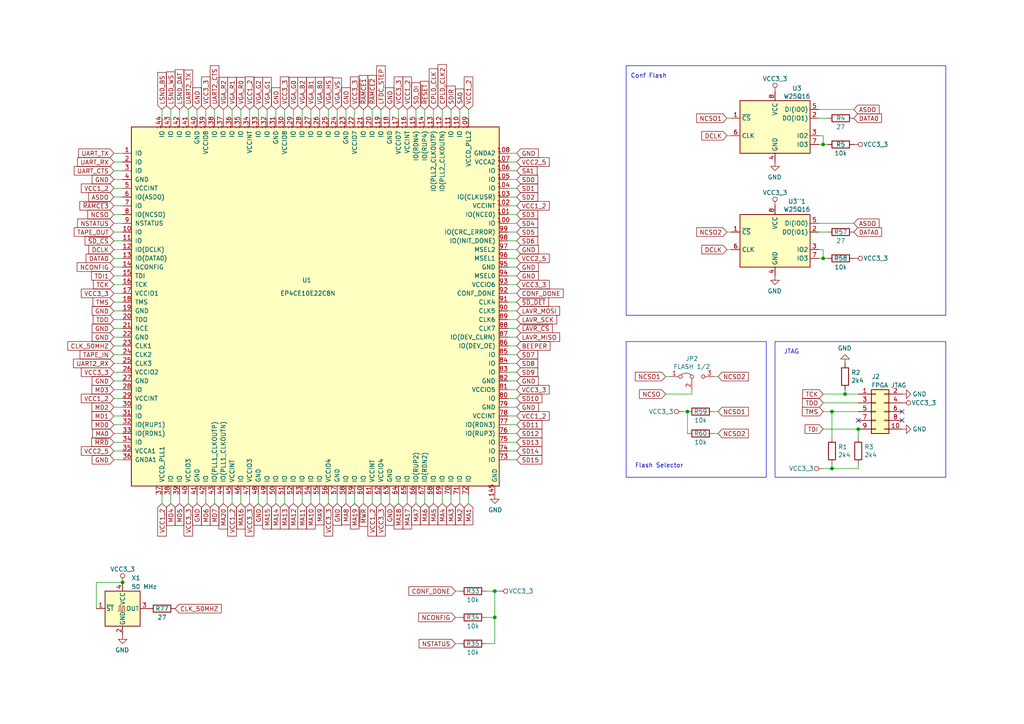
<source format=kicad_sch>
(kicad_sch (version 20230121) (generator eeschema)
  (paper "A4")
  (title_block (title "Karabas Pro") (date "2024-05-01") (rev "F"))
  (lib_symbols
    (symbol "Connector_Generic:Conn_02x05_Odd_Even" (pin_names (offset 1.016) hide)
      (property "Reference" "J" (at 1.27 7.62 0))
      (property "Value" "Conn_02x05_Odd_Even" (at 1.27 -7.62 0))
      (symbol "Conn_02x05_Odd_Even_1_1"
        (pin passive line (at -5.08 5.08 0) (length 3.81) (name "Pin_1") (number "1"))
        (pin passive line (at 7.62 -5.08 180) (length 3.81) (name "Pin_10") (number "10"))
        (pin passive line (at 7.62 5.08 180) (length 3.81) (name "Pin_2") (number "2"))
        (pin passive line (at -5.08 2.54 0) (length 3.81) (name "Pin_3") (number "3"))
        (pin passive line (at 7.62 2.54 180) (length 3.81) (name "Pin_4") (number "4"))
        (pin passive line (at -5.08 0 0) (length 3.81) (name "Pin_5") (number "5"))
        (pin passive line (at 7.62 0 180) (length 3.81) (name "Pin_6") (number "6"))
        (pin passive line (at -5.08 -2.54 0) (length 3.81) (name "Pin_7") (number "7"))
        (pin passive line (at 7.62 -2.54 180) (length 3.81) (name "Pin_8") (number "8"))
        (pin passive line (at -5.08 -5.08 0) (length 3.81) (name "Pin_9") (number "9"))
      )
    )
    (symbol "Device:R" (pin_numbers hide) (pin_names (offset 0))
      (property "Reference" "R" (at 2.032 0 90))
      (property "Value" "R" (at 0 0 90))
      (symbol "R_1_1"
        (pin passive line (at 0 3.81 270) (length 1.27) (name "~") (number "1"))
        (pin passive line (at 0 -3.81 90) (length 1.27) (name "~") (number "2"))
      )
    )
    (symbol "Jumper:Jumper_3_Bridged12" (pin_names (offset 0) hide)
      (property "Reference" "JP" (at -2.54 -2.54 0))
      (property "Value" "Jumper_3_Bridged12" (at 0 2.794 0))
      (symbol "Jumper_3_Bridged12_1_1"
        (pin passive line (at -6.35 0 0) (length 2.54) (name "A") (number "1"))
        (pin input line (at 0 -3.81 90) (length 2.54) (name "C") (number "2"))
        (pin passive line (at 6.35 0 180) (length 2.54) (name "B") (number "3"))
      )
    )
    (symbol "Memory_Flash:W25Q32JVSS"
      (property "Reference" "U" (at -8.89 8.89 0))
      (property "Value" "W25Q32JVSS" (at 7.62 8.89 0))
      (symbol "W25Q32JVSS_1_1"
        (pin input line (at -12.7 2.54 0) (length 2.54) (name "~{CS}") (number "1"))
        (pin bidirectional line (at 12.7 2.54 180) (length 2.54) (name "DO(IO1)") (number "2"))
        (pin bidirectional line (at 12.7 -2.54 180) (length 2.54) (name "IO2") (number "3"))
        (pin power_in line (at 0 -10.16 90) (length 2.54) (name "GND") (number "4"))
        (pin bidirectional line (at 12.7 5.08 180) (length 2.54) (name "DI(IO0)") (number "5"))
        (pin input line (at -12.7 -2.54 0) (length 2.54) (name "CLK") (number "6"))
        (pin bidirectional line (at 12.7 -5.08 180) (length 2.54) (name "IO3") (number "7"))
        (pin power_in line (at 0 10.16 270) (length 2.54) (name "VCC") (number "8"))
      )
    )
    (symbol "Oscillator:SG-7050CAN" (pin_names (offset 0.254))
      (property "Reference" "X" (at -5.08 6.35 0))
      (property "Value" "SG-7050CAN" (at 1.27 -6.35 0))
      (symbol "SG-7050CAN_1_1"
        (pin input line (at -7.62 0 0) (length 2.54) (name "~{ST}") (number "1"))
        (pin power_in line (at 0 -7.62 90) (length 2.54) (name "GND") (number "2"))
        (pin output line (at 7.62 0 180) (length 2.54) (name "OUT") (number "3"))
        (pin power_in line (at 0 7.62 270) (length 2.54) (name "VCC") (number "4"))
      )
    )
    (symbol "power:GND" (power) (pin_names (offset 0))
      (property "Value" "GND" (at 0 -3.81 0))
      (symbol "GND_1_1"
        (pin power_in line (at 0 0 270) (length 0) hide (name "GND") (number "1"))
      )
    )
    (symbol "retro:EP4CE6E22C8N" (pin_names (offset 1.016))
      (property "Reference" "U" (at 2.54 -5.08 0))
      (property "Value" "EP4CE6E22C8N" (at 2.54 -8.89 0))
      (symbol "EP4CE6E22C8N_1_1"
        (pin bidirectional line (at -52.07 38.1 0) (length 2.54) (name "IO") (number "1"))
        (pin bidirectional line (at -52.07 15.24 0) (length 2.54) (name "IO") (number "10"))
        (pin bidirectional line (at 59.69 17.78 180) (length 2.54) (name "IO") (number "100"))
        (pin bidirectional line (at 59.69 20.32 180) (length 2.54) (name "IO(NCE0)") (number "101"))
        (pin power_in line (at 59.69 22.86 180) (length 2.54) (name "VCCINT") (number "102"))
        (pin bidirectional line (at 59.69 25.4 180) (length 2.54) (name "IO(CLKUSR)") (number "103"))
        (pin bidirectional line (at 59.69 27.94 180) (length 2.54) (name "IO") (number "104"))
        (pin bidirectional line (at 59.69 30.48 180) (length 2.54) (name "IO") (number "105"))
        (pin bidirectional line (at 59.69 33.02 180) (length 2.54) (name "IO") (number "106"))
        (pin power_in line (at 59.69 35.56 180) (length 2.54) (name "VCCA2") (number "107"))
        (pin power_in line (at 59.69 38.1 180) (length 2.54) (name "GNDA2") (number "108"))
        (pin power_in line (at 48.26 48.26 270) (length 2.54) (name "VCCD_PLL2") (number "109"))
        (pin bidirectional line (at -52.07 12.7 0) (length 2.54) (name "IO") (number "11"))
        (pin bidirectional line (at 45.72 48.26 270) (length 2.54) (name "IO") (number "110"))
        (pin bidirectional line (at 43.18 48.26 270) (length 2.54) (name "IO") (number "111"))
        (pin bidirectional line (at 40.64 48.26 270) (length 2.54) (name "IO(PLL2_CLKOUTN)") (number "112"))
        (pin bidirectional line (at 38.1 48.26 270) (length 2.54) (name "IO(PLL2_CLKOUTP)") (number "113"))
        (pin bidirectional line (at 35.56 48.26 270) (length 2.54) (name "IO(RUP4)") (number "114"))
        (pin bidirectional line (at 33.02 48.26 270) (length 2.54) (name "IO(RDN4)") (number "115"))
        (pin power_in line (at 30.48 48.26 270) (length 2.54) (name "VCCINT") (number "116"))
        (pin power_in line (at 27.94 48.26 270) (length 2.54) (name "VCCIO7") (number "117"))
        (pin power_in line (at 25.4 48.26 270) (length 2.54) (name "GND") (number "118"))
        (pin bidirectional line (at 22.86 48.26 270) (length 2.54) (name "IO") (number "119"))
        (pin bidirectional line (at -52.07 10.16 0) (length 2.54) (name "IO(DCLK)") (number "12"))
        (pin bidirectional line (at 20.32 48.26 270) (length 2.54) (name "IO") (number "120"))
        (pin bidirectional line (at 17.78 48.26 270) (length 2.54) (name "IO") (number "121"))
        (pin power_in line (at 15.24 48.26 270) (length 2.54) (name "VCCIO7") (number "122"))
        (pin power_in line (at 12.7 48.26 270) (length 2.54) (name "GND") (number "123"))
        (pin bidirectional line (at 10.16 48.26 270) (length 2.54) (name "IO") (number "124"))
        (pin bidirectional line (at 7.62 48.26 270) (length 2.54) (name "IO") (number "125"))
        (pin bidirectional line (at 5.08 48.26 270) (length 2.54) (name "IO") (number "126"))
        (pin bidirectional line (at 2.54 48.26 270) (length 2.54) (name "IO") (number "127"))
        (pin bidirectional line (at 0 48.26 270) (length 2.54) (name "IO") (number "128"))
        (pin bidirectional line (at -2.54 48.26 270) (length 2.54) (name "IO") (number "129"))
        (pin bidirectional line (at -52.07 7.62 0) (length 2.54) (name "IO(DATA0)") (number "13"))
        (pin power_in line (at -5.08 48.26 270) (length 2.54) (name "VCCIO8") (number "130"))
        (pin power_in line (at -7.62 48.26 270) (length 2.54) (name "GND") (number "131"))
        (pin bidirectional line (at -10.16 48.26 270) (length 2.54) (name "IO") (number "132"))
        (pin bidirectional line (at -12.7 48.26 270) (length 2.54) (name "IO") (number "133"))
        (pin power_in line (at -15.24 48.26 270) (length 2.54) (name "VCCINT") (number "134"))
        (pin bidirectional line (at -17.78 48.26 270) (length 2.54) (name "IO") (number "135"))
        (pin bidirectional line (at -20.32 48.26 270) (length 2.54) (name "IO") (number "136"))
        (pin bidirectional line (at -22.86 48.26 270) (length 2.54) (name "IO") (number "137"))
        (pin bidirectional line (at -25.4 48.26 270) (length 2.54) (name "IO") (number "138"))
        (pin power_in line (at -27.94 48.26 270) (length 2.54) (name "VCCIO8") (number "139"))
        (pin bidirectional line (at -52.07 5.08 0) (length 2.54) (name "NCONFIG") (number "14"))
        (pin power_in line (at -30.48 48.26 270) (length 2.54) (name "GND") (number "140"))
        (pin bidirectional line (at -33.02 48.26 270) (length 2.54) (name "IO") (number "141"))
        (pin bidirectional line (at -35.56 48.26 270) (length 2.54) (name "IO") (number "142"))
        (pin bidirectional line (at -38.1 48.26 270) (length 2.54) (name "IO") (number "143"))
        (pin bidirectional line (at -40.64 48.26 270) (length 2.54) (name "IO") (number "144"))
        (pin power_in line (at 55.88 -60.96 90) (length 2.54) (name "GND") (number "145"))
        (pin bidirectional line (at -52.07 2.54 0) (length 2.54) (name "TDI") (number "15"))
        (pin bidirectional line (at -52.07 0 0) (length 2.54) (name "TCK") (number "16"))
        (pin power_in line (at -52.07 -2.54 0) (length 2.54) (name "VCCIO1") (number "17"))
        (pin bidirectional line (at -52.07 -5.08 0) (length 2.54) (name "TMS") (number "18"))
        (pin power_in line (at -52.07 -7.62 0) (length 2.54) (name "GND") (number "19"))
        (pin bidirectional line (at -52.07 35.56 0) (length 2.54) (name "IO") (number "2"))
        (pin bidirectional line (at -52.07 -10.16 0) (length 2.54) (name "TDO") (number "20"))
        (pin bidirectional line (at -52.07 -12.7 0) (length 2.54) (name "NCE") (number "21"))
        (pin power_in line (at -52.07 -15.24 0) (length 2.54) (name "GND") (number "22"))
        (pin bidirectional line (at -52.07 -17.78 0) (length 2.54) (name "CLK1") (number "23"))
        (pin bidirectional line (at -52.07 -20.32 0) (length 2.54) (name "CLK2") (number "24"))
        (pin bidirectional line (at -52.07 -22.86 0) (length 2.54) (name "CLK3") (number "25"))
        (pin power_in line (at -52.07 -25.4 0) (length 2.54) (name "VCCIO2") (number "26"))
        (pin power_in line (at -52.07 -27.94 0) (length 2.54) (name "GND") (number "27"))
        (pin bidirectional line (at -52.07 -30.48 0) (length 2.54) (name "IO") (number "28"))
        (pin power_in line (at -52.07 -33.02 0) (length 2.54) (name "VCCINT") (number "29"))
        (pin bidirectional line (at -52.07 33.02 0) (length 2.54) (name "IO") (number "3"))
        (pin bidirectional line (at -52.07 -35.56 0) (length 2.54) (name "IO") (number "30"))
        (pin bidirectional line (at -52.07 -38.1 0) (length 2.54) (name "IO") (number "31"))
        (pin bidirectional line (at -52.07 -40.64 0) (length 2.54) (name "IO(RUP1)") (number "32"))
        (pin bidirectional line (at -52.07 -43.18 0) (length 2.54) (name "IO(RDN1)") (number "33"))
        (pin bidirectional line (at -52.07 -45.72 0) (length 2.54) (name "IO") (number "34"))
        (pin power_in line (at -52.07 -48.26 0) (length 2.54) (name "VCCA1") (number "35"))
        (pin power_in line (at -52.07 -50.8 0) (length 2.54) (name "GNDA1") (number "36"))
        (pin power_in line (at -40.64 -60.96 90) (length 2.54) (name "VCCD_PLL1") (number "37"))
        (pin bidirectional line (at -38.1 -60.96 90) (length 2.54) (name "IO") (number "38"))
        (pin bidirectional line (at -35.56 -60.96 90) (length 2.54) (name "IO") (number "39"))
        (pin power_in line (at -52.07 30.48 0) (length 2.54) (name "GND") (number "4"))
        (pin power_in line (at -33.02 -60.96 90) (length 2.54) (name "VCCIO3") (number "40"))
        (pin power_in line (at -30.48 -60.96 90) (length 2.54) (name "GND") (number "41"))
        (pin bidirectional line (at -27.94 -60.96 90) (length 2.54) (name "IO") (number "42"))
        (pin bidirectional line (at -25.4 -60.96 90) (length 2.54) (name "IO(PLL1_CLKOUTP)") (number "43"))
        (pin bidirectional line (at -22.86 -60.96 90) (length 2.54) (name "IO(PLL1_CLKOUTN)") (number "44"))
        (pin power_in line (at -20.32 -60.96 90) (length 2.54) (name "VCCINT") (number "45"))
        (pin bidirectional line (at -17.78 -60.96 90) (length 2.54) (name "IO") (number "46"))
        (pin power_in line (at -15.24 -60.96 90) (length 2.54) (name "VCCIO3") (number "47"))
        (pin power_in line (at -12.7 -60.96 90) (length 2.54) (name "GND") (number "48"))
        (pin bidirectional line (at -10.16 -60.96 90) (length 2.54) (name "IO") (number "49"))
        (pin power_in line (at -52.07 27.94 0) (length 2.54) (name "VCCINT") (number "5"))
        (pin bidirectional line (at -7.62 -60.96 90) (length 2.54) (name "IO") (number "50"))
        (pin bidirectional line (at -5.08 -60.96 90) (length 2.54) (name "IO") (number "51"))
        (pin bidirectional line (at -2.54 -60.96 90) (length 2.54) (name "IO") (number "52"))
        (pin bidirectional line (at 0 -60.96 90) (length 2.54) (name "IO") (number "53"))
        (pin bidirectional line (at 2.54 -60.96 90) (length 2.54) (name "IO") (number "54"))
        (pin bidirectional line (at 5.08 -60.96 90) (length 2.54) (name "IO") (number "55"))
        (pin power_in line (at 7.62 -60.96 90) (length 2.54) (name "VCCIO4") (number "56"))
        (pin power_in line (at 10.16 -60.96 90) (length 2.54) (name "GND") (number "57"))
        (pin bidirectional line (at 12.7 -60.96 90) (length 2.54) (name "IO") (number "58"))
        (pin bidirectional line (at 15.24 -60.96 90) (length 2.54) (name "IO") (number "59"))
        (pin bidirectional line (at -52.07 25.4 0) (length 2.54) (name "IO(ASDO)") (number "6"))
        (pin bidirectional line (at 17.78 -60.96 90) (length 2.54) (name "IO") (number "60"))
        (pin power_in line (at 20.32 -60.96 90) (length 2.54) (name "VCCINT") (number "61"))
        (pin power_in line (at 22.86 -60.96 90) (length 2.54) (name "VCCIO4") (number "62"))
        (pin power_in line (at 25.4 -60.96 90) (length 2.54) (name "GND") (number "63"))
        (pin bidirectional line (at 27.94 -60.96 90) (length 2.54) (name "IO") (number "64"))
        (pin bidirectional line (at 30.48 -60.96 90) (length 2.54) (name "IO") (number "65"))
        (pin bidirectional line (at 33.02 -60.96 90) (length 2.54) (name "IO(RUP2)") (number "66"))
        (pin bidirectional line (at 35.56 -60.96 90) (length 2.54) (name "IO(RDN2)") (number "67"))
        (pin bidirectional line (at 38.1 -60.96 90) (length 2.54) (name "IO") (number "68"))
        (pin bidirectional line (at 40.64 -60.96 90) (length 2.54) (name "IO") (number "69"))
        (pin bidirectional line (at -52.07 22.86 0) (length 2.54) (name "IO") (number "7"))
        (pin bidirectional line (at 43.18 -60.96 90) (length 2.54) (name "IO") (number "70"))
        (pin bidirectional line (at 45.72 -60.96 90) (length 2.54) (name "IO") (number "71"))
        (pin bidirectional line (at 48.26 -60.96 90) (length 2.54) (name "IO") (number "72"))
        (pin bidirectional line (at 59.69 -50.8 180) (length 2.54) (name "IO") (number "73"))
        (pin bidirectional line (at 59.69 -48.26 180) (length 2.54) (name "IO") (number "74"))
        (pin bidirectional line (at 59.69 -45.72 180) (length 2.54) (name "IO") (number "75"))
        (pin bidirectional line (at 59.69 -43.18 180) (length 2.54) (name "IO(RUP3)") (number "76"))
        (pin bidirectional line (at 59.69 -40.64 180) (length 2.54) (name "IO(RDN3)") (number "77"))
        (pin power_in line (at 59.69 -38.1 180) (length 2.54) (name "VCCINT") (number "78"))
        (pin power_in line (at 59.69 -35.56 180) (length 2.54) (name "GND") (number "79"))
        (pin bidirectional line (at -52.07 20.32 0) (length 2.54) (name "IO(NCSO)") (number "8"))
        (pin bidirectional line (at 59.69 -33.02 180) (length 2.54) (name "IO") (number "80"))
        (pin power_in line (at 59.69 -30.48 180) (length 2.54) (name "VCCIO5") (number "81"))
        (pin power_in line (at 59.69 -27.94 180) (length 2.54) (name "GND") (number "82"))
        (pin bidirectional line (at 59.69 -25.4 180) (length 2.54) (name "IO") (number "83"))
        (pin bidirectional line (at 59.69 -22.86 180) (length 2.54) (name "IO") (number "84"))
        (pin bidirectional line (at 59.69 -20.32 180) (length 2.54) (name "IO") (number "85"))
        (pin bidirectional line (at 59.69 -17.78 180) (length 2.54) (name "IO(DEV_OE)") (number "86"))
        (pin bidirectional line (at 59.69 -15.24 180) (length 2.54) (name "IO(DEV_CLRN)") (number "87"))
        (pin bidirectional line (at 59.69 -12.7 180) (length 2.54) (name "CLK7") (number "88"))
        (pin bidirectional line (at 59.69 -10.16 180) (length 2.54) (name "CLK6") (number "89"))
        (pin bidirectional line (at -52.07 17.78 0) (length 2.54) (name "NSTATUS") (number "9"))
        (pin bidirectional line (at 59.69 -7.62 180) (length 2.54) (name "CLK5") (number "90"))
        (pin bidirectional line (at 59.69 -5.08 180) (length 2.54) (name "CLK4") (number "91"))
        (pin bidirectional line (at 59.69 -2.54 180) (length 2.54) (name "CONF_DONE") (number "92"))
        (pin power_in line (at 59.69 0 180) (length 2.54) (name "VCCIO6") (number "93"))
        (pin input line (at 59.69 2.54 180) (length 2.54) (name "MSEL0") (number "94"))
        (pin power_in line (at 59.69 5.08 180) (length 2.54) (name "GND") (number "95"))
        (pin input line (at 59.69 7.62 180) (length 2.54) (name "MSEL1") (number "96"))
        (pin input line (at 59.69 10.16 180) (length 2.54) (name "MSEL2") (number "97"))
        (pin bidirectional line (at 59.69 12.7 180) (length 2.54) (name "IO(INIT_DONE)") (number "98"))
        (pin bidirectional line (at 59.69 15.24 180) (length 2.54) (name "IO(CRC_ERROR)") (number "99"))
      )
    )
    (symbol "vcc33:VCC3_3" (power) (pin_names (offset 0))
      (property "Value" "VCC3_3" (at 0 3.81 0))
      (symbol "VCC3_3_1_1"
        (pin power_in line (at 0 0 90) (length 0) hide (name "VCC3_3") (number "1"))
      )
    )
  )
  (junction (at 241.3 135.89))
  (junction (at 241.3 119.38))
  (junction (at 238.76 74.93))
  (junction (at 143.51 179.07))
  (junction (at 143.51 171.45))
  (junction (at 238.76 41.91))
  (junction (at 248.92 124.46))
  (junction (at 35.56 168.91))
  (junction (at 245.11 114.3))
  (junction (at 199.39 119.38))
  (no_connect (at 261.62 119.38))
  (no_connect (at 248.92 121.92))
  (no_connect (at 261.62 121.92))
  (wire (pts (xy 133.35 146.05) (xy 133.35 143.51)))
  (wire (pts (xy 147.32 46.99) (xy 149.86 46.99)))
  (wire (pts (xy 130.81 31.75) (xy 130.81 34.29)))
  (wire (pts (xy 59.69 31.75) (xy 59.69 34.29)))
  (wire (pts (xy 33.02 92.71) (xy 35.56 92.71)))
  (wire (pts (xy 208.28 119.38) (xy 207.01 119.38)))
  (wire (pts (xy 147.32 54.61) (xy 149.86 54.61)))
  (wire (pts (xy 33.02 52.07) (xy 35.56 52.07)))
  (wire (pts (xy 132.08 186.69) (xy 133.35 186.69)))
  (wire (pts (xy 87.63 34.29) (xy 87.63 31.75)))
  (wire (pts (xy 33.02 107.95) (xy 35.56 107.95)))
  (wire (pts (xy 140.97 179.07) (xy 143.51 179.07)))
  (wire (pts (xy 105.41 143.51) (xy 105.41 146.05)))
  (wire (pts (xy 237.49 41.91) (xy 238.76 41.91)))
  (wire (pts (xy 35.56 80.01) (xy 33.02 80.01)))
  (wire (pts (xy 95.25 143.51) (xy 95.25 146.05)))
  (wire (pts (xy 135.89 143.51) (xy 135.89 146.05)))
  (wire (pts (xy 212.09 72.39) (xy 210.82 72.39)))
  (wire (pts (xy 33.02 102.87) (xy 35.56 102.87)))
  (wire (pts (xy 238.76 124.46) (xy 248.92 124.46)))
  (wire (pts (xy 113.03 146.05) (xy 113.03 143.51)))
  (wire (pts (xy 102.87 146.05) (xy 102.87 143.51)))
  (wire (pts (xy 147.32 49.53) (xy 149.86 49.53)))
  (wire (pts (xy 35.56 85.09) (xy 33.02 85.09)))
  (wire (pts (xy 147.32 110.49) (xy 149.86 110.49)))
  (wire (pts (xy 80.01 31.75) (xy 80.01 34.29)))
  (wire (pts (xy 27.94 168.91) (xy 35.56 168.91)))
  (wire (pts (xy 149.86 102.87) (xy 147.32 102.87)))
  (wire (pts (xy 147.32 59.69) (xy 149.86 59.69)))
  (wire (pts (xy 35.56 64.77) (xy 33.02 64.77)))
  (wire (pts (xy 92.71 34.29) (xy 92.71 31.75)))
  (wire (pts (xy 238.76 72.39) (xy 238.76 74.93)))
  (wire (pts (xy 147.32 72.39) (xy 149.86 72.39)))
  (wire (pts (xy 147.32 120.65) (xy 149.86 120.65)))
  (wire (pts (xy 140.97 171.45) (xy 143.51 171.45)))
  (wire (pts (xy 33.02 72.39) (xy 35.56 72.39)))
  (wire (pts (xy 82.55 146.05) (xy 82.55 143.51)))
  (wire (pts (xy 33.02 113.03) (xy 35.56 113.03)))
  (wire (pts (xy 72.39 146.05) (xy 72.39 143.51)))
  (wire (pts (xy 238.76 41.91) (xy 240.03 41.91)))
  (wire (pts (xy 80.01 143.51) (xy 80.01 146.05)))
  (wire (pts (xy 49.53 31.75) (xy 49.53 34.29)))
  (wire (pts (xy 147.32 85.09) (xy 149.86 85.09)))
  (wire (pts (xy 147.32 74.93) (xy 149.86 74.93)))
  (wire (pts (xy 59.69 143.51) (xy 59.69 146.05)))
  (wire (pts (xy 33.02 67.31) (xy 35.56 67.31)))
  (wire (pts (xy 33.02 123.19) (xy 35.56 123.19)))
  (wire (pts (xy 143.51 171.45) (xy 143.51 179.07)))
  (wire (pts (xy 147.32 115.57) (xy 149.86 115.57)))
  (wire (pts (xy 33.02 118.11) (xy 35.56 118.11)))
  (wire (pts (xy 212.09 34.29) (xy 210.82 34.29)))
  (wire (pts (xy 77.47 146.05) (xy 77.47 143.51)))
  (wire (pts (xy 57.15 146.05) (xy 57.15 143.51)))
  (wire (pts (xy 147.32 80.01) (xy 149.86 80.01)))
  (wire (pts (xy 33.02 82.55) (xy 35.56 82.55)))
  (wire (pts (xy 110.49 143.51) (xy 110.49 146.05)))
  (wire (pts (xy 33.02 77.47) (xy 35.56 77.47)))
  (wire (pts (xy 147.32 130.81) (xy 149.86 130.81)))
  (wire (pts (xy 238.76 119.38) (xy 241.3 119.38)))
  (wire (pts (xy 35.56 115.57) (xy 33.02 115.57)))
  (wire (pts (xy 82.55 34.29) (xy 82.55 31.75)))
  (wire (pts (xy 135.89 31.75) (xy 135.89 34.29)))
  (wire (pts (xy 64.77 31.75) (xy 64.77 34.29)))
  (wire (pts (xy 147.32 67.31) (xy 149.86 67.31)))
  (wire (pts (xy 54.61 143.51) (xy 54.61 146.05)))
  (wire (pts (xy 248.92 127) (xy 248.92 124.46)))
  (wire (pts (xy 62.23 34.29) (xy 62.23 31.75)))
  (wire (pts (xy 147.32 77.47) (xy 149.86 77.47)))
  (wire (pts (xy 113.03 34.29) (xy 113.03 31.75)))
  (wire (pts (xy 237.49 34.29) (xy 240.03 34.29)))
  (wire (pts (xy 147.32 87.63) (xy 149.86 87.63)))
  (wire (pts (xy 33.02 44.45) (xy 35.56 44.45)))
  (wire (pts (xy 147.32 69.85) (xy 149.86 69.85)))
  (wire (pts (xy 33.02 97.79) (xy 35.56 97.79)))
  (wire (pts (xy 33.02 87.63) (xy 35.56 87.63)))
  (wire (pts (xy 147.32 95.25) (xy 149.86 95.25)))
  (wire (pts (xy 95.25 31.75) (xy 95.25 34.29)))
  (wire (pts (xy 33.02 49.53) (xy 35.56 49.53)))
  (wire (pts (xy 241.3 134.62) (xy 241.3 135.89)))
  (wire (pts (xy 245.11 113.03) (xy 245.11 114.3)))
  (wire (pts (xy 147.32 105.41) (xy 149.86 105.41)))
  (wire (pts (xy 128.27 146.05) (xy 128.27 143.51)))
  (wire (pts (xy 208.28 109.22) (xy 207.01 109.22)))
  (wire (pts (xy 52.07 34.29) (xy 52.07 31.75)))
  (wire (pts (xy 130.81 143.51) (xy 130.81 146.05)))
  (wire (pts (xy 92.71 146.05) (xy 92.71 143.51)))
  (wire (pts (xy 212.09 39.37) (xy 210.82 39.37)))
  (wire (pts (xy 241.3 127) (xy 241.3 119.38)))
  (wire (pts (xy 248.92 135.89) (xy 248.92 134.62)))
  (wire (pts (xy 118.11 34.29) (xy 118.11 31.75)))
  (wire (pts (xy 147.32 44.45) (xy 149.86 44.45)))
  (wire (pts (xy 54.61 31.75) (xy 54.61 34.29)))
  (wire (pts (xy 193.04 114.3) (xy 200.66 114.3)))
  (wire (pts (xy 85.09 31.75) (xy 85.09 34.29)))
  (wire (pts (xy 132.08 171.45) (xy 133.35 171.45)))
  (wire (pts (xy 143.51 171.45) (xy 144.78 171.45)))
  (wire (pts (xy 35.56 120.65) (xy 33.02 120.65)))
  (wire (pts (xy 46.99 146.05) (xy 46.99 143.51)))
  (wire (pts (xy 74.93 31.75) (xy 74.93 34.29)))
  (wire (pts (xy 238.76 39.37) (xy 238.76 41.91)))
  (wire (pts (xy 27.94 168.91) (xy 27.94 176.53)))
  (wire (pts (xy 105.41 31.75) (xy 105.41 34.29)))
  (wire (pts (xy 149.86 82.55) (xy 147.32 82.55)))
  (wire (pts (xy 72.39 34.29) (xy 72.39 31.75)))
  (wire (pts (xy 143.51 179.07) (xy 143.51 186.69)))
  (wire (pts (xy 46.99 34.29) (xy 46.99 31.75)))
  (wire (pts (xy 237.49 64.77) (xy 247.65 64.77)))
  (wire (pts (xy 57.15 34.29) (xy 57.15 31.75)))
  (wire (pts (xy 107.95 34.29) (xy 107.95 31.75)))
  (wire (pts (xy 149.86 118.11) (xy 147.32 118.11)))
  (wire (pts (xy 149.86 128.27) (xy 147.32 128.27)))
  (wire (pts (xy 241.3 119.38) (xy 248.92 119.38)))
  (wire (pts (xy 147.32 52.07) (xy 149.86 52.07)))
  (wire (pts (xy 33.02 46.99) (xy 35.56 46.99)))
  (wire (pts (xy 120.65 143.51) (xy 120.65 146.05)))
  (wire (pts (xy 64.77 143.51) (xy 64.77 146.05)))
  (wire (pts (xy 69.85 143.51) (xy 69.85 146.05)))
  (wire (pts (xy 118.11 146.05) (xy 118.11 143.51)))
  (wire (pts (xy 237.49 39.37) (xy 238.76 39.37)))
  (wire (pts (xy 97.79 146.05) (xy 97.79 143.51)))
  (wire (pts (xy 35.56 69.85) (xy 33.02 69.85)))
  (wire (pts (xy 49.53 143.51) (xy 49.53 146.05)))
  (wire (pts (xy 33.02 59.69) (xy 35.56 59.69)))
  (wire (pts (xy 147.32 64.77) (xy 149.86 64.77)))
  (wire (pts (xy 123.19 146.05) (xy 123.19 143.51)))
  (wire (pts (xy 85.09 143.51) (xy 85.09 146.05)))
  (wire (pts (xy 35.56 90.17) (xy 33.02 90.17)))
  (wire (pts (xy 123.19 34.29) (xy 123.19 31.75)))
  (wire (pts (xy 149.86 57.15) (xy 147.32 57.15)))
  (wire (pts (xy 67.31 146.05) (xy 67.31 143.51)))
  (wire (pts (xy 115.57 31.75) (xy 115.57 34.29)))
  (wire (pts (xy 147.32 125.73) (xy 149.86 125.73)))
  (wire (pts (xy 237.49 72.39) (xy 238.76 72.39)))
  (wire (pts (xy 132.08 179.07) (xy 133.35 179.07)))
  (wire (pts (xy 62.23 146.05) (xy 62.23 143.51)))
  (wire (pts (xy 143.51 186.69) (xy 140.97 186.69)))
  (wire (pts (xy 90.17 143.51) (xy 90.17 146.05)))
  (wire (pts (xy 238.76 116.84) (xy 248.92 116.84)))
  (wire (pts (xy 100.33 31.75) (xy 100.33 34.29)))
  (wire (pts (xy 102.87 34.29) (xy 102.87 31.75)))
  (wire (pts (xy 35.56 74.93) (xy 33.02 74.93)))
  (wire (pts (xy 74.93 143.51) (xy 74.93 146.05)))
  (wire (pts (xy 149.86 133.35) (xy 147.32 133.35)))
  (wire (pts (xy 77.47 34.29) (xy 77.47 31.75)))
  (wire (pts (xy 35.56 130.81) (xy 33.02 130.81)))
  (wire (pts (xy 107.95 146.05) (xy 107.95 143.51)))
  (wire (pts (xy 33.02 62.23) (xy 35.56 62.23)))
  (wire (pts (xy 52.07 146.05) (xy 52.07 143.51)))
  (wire (pts (xy 200.66 114.3) (xy 200.66 113.03)))
  (wire (pts (xy 110.49 31.75) (xy 110.49 34.29)))
  (wire (pts (xy 149.86 62.23) (xy 147.32 62.23)))
  (wire (pts (xy 69.85 31.75) (xy 69.85 34.29)))
  (wire (pts (xy 193.04 109.22) (xy 194.31 109.22)))
  (wire (pts (xy 149.86 97.79) (xy 147.32 97.79)))
  (wire (pts (xy 125.73 31.75) (xy 125.73 34.29)))
  (wire (pts (xy 35.56 100.33) (xy 33.02 100.33)))
  (wire (pts (xy 97.79 34.29) (xy 97.79 31.75)))
  (wire (pts (xy 87.63 146.05) (xy 87.63 143.51)))
  (wire (pts (xy 133.35 34.29) (xy 133.35 31.75)))
  (wire (pts (xy 33.02 133.35) (xy 35.56 133.35)))
  (wire (pts (xy 238.76 74.93) (xy 240.03 74.93)))
  (wire (pts (xy 147.32 100.33) (xy 149.86 100.33)))
  (wire (pts (xy 35.56 110.49) (xy 33.02 110.49)))
  (wire (pts (xy 100.33 143.51) (xy 100.33 146.05)))
  (wire (pts (xy 120.65 31.75) (xy 120.65 34.29)))
  (wire (pts (xy 67.31 34.29) (xy 67.31 31.75)))
  (wire (pts (xy 212.09 67.31) (xy 210.82 67.31)))
  (wire (pts (xy 238.76 114.3) (xy 245.11 114.3)))
  (wire (pts (xy 128.27 34.29) (xy 128.27 31.75)))
  (wire (pts (xy 149.86 92.71) (xy 147.32 92.71)))
  (wire (pts (xy 33.02 128.27) (xy 35.56 128.27)))
  (wire (pts (xy 35.56 105.41) (xy 33.02 105.41)))
  (wire (pts (xy 35.56 54.61) (xy 33.02 54.61)))
  (wire (pts (xy 115.57 143.51) (xy 115.57 146.05)))
  (wire (pts (xy 238.76 135.89) (xy 241.3 135.89)))
  (wire (pts (xy 237.49 67.31) (xy 240.03 67.31)))
  (wire (pts (xy 208.28 125.73) (xy 207.01 125.73)))
  (wire (pts (xy 199.39 119.38) (xy 198.12 119.38)))
  (wire (pts (xy 149.86 107.95) (xy 147.32 107.95)))
  (wire (pts (xy 90.17 31.75) (xy 90.17 34.29)))
  (wire (pts (xy 33.02 57.15) (xy 35.56 57.15)))
  (wire (pts (xy 248.92 135.89) (xy 241.3 135.89)))
  (wire (pts (xy 248.92 114.3) (xy 245.11 114.3)))
  (wire (pts (xy 35.56 95.25) (xy 33.02 95.25)))
  (wire (pts (xy 149.86 123.19) (xy 147.32 123.19)))
  (wire (pts (xy 147.32 90.17) (xy 149.86 90.17)))
  (wire (pts (xy 237.49 74.93) (xy 238.76 74.93)))
  (wire (pts (xy 149.86 113.03) (xy 147.32 113.03)))
  (wire (pts (xy 199.39 119.38) (xy 199.39 125.73)))
  (wire (pts (xy 237.49 31.75) (xy 247.65 31.75)))
  (wire (pts (xy 35.56 125.73) (xy 33.02 125.73)))
  (wire (pts (xy 125.73 143.51) (xy 125.73 146.05)))
  (rectangle (start 181.61 19.05) (end 274.32 91.44))
  (rectangle (start 181.61 99.06) (end 222.25 138.43))
  (rectangle (start 224.79 99.06) (end 274.32 138.43))
  (text "Conf Flash" (at 182.88 22.86 0) (effects (font (size 1.27 1.27)) (justify left bottom)))
  (text "JTAG" (at 227.33 102.87 0) (effects (font (size 1.27 1.27)) (justify left bottom)))
  (text "Flash Selector" (at 184.15 135.89 0) (effects (font (size 1.27 1.27)) (justify left bottom)))
  (global_label "VCC1_2" (shape input) (at 135.89 31.75 90) (property "Intersheetrefs" "${INTERSHEET_REFS}" (effects hide)))
  (global_label "VCC1_2" (shape input) (at 107.95 146.05 270) (property "Intersheetrefs" "${INTERSHEET_REFS}" (effects hide)))
  (global_label "~{SD_DET}" (shape input) (at 149.86 87.63 0) (property "Intersheetrefs" "${INTERSHEET_REFS}" (effects hide)))
  (global_label "CONF_DONE" (shape input) (at 149.86 85.09 0) (property "Intersheetrefs" "${INTERSHEET_REFS}" (effects hide)))
  (global_label "NSTATUS" (shape input) (at 132.08 186.69 180) (property "Intersheetrefs" "${INTERSHEET_REFS}" (effects hide)))
  (global_label "VCC1_2" (shape input) (at 72.39 31.75 90) (property "Intersheetrefs" "${INTERSHEET_REFS}" (effects hide)))
  (global_label "MA6" (shape input) (at 123.19 146.05 270) (property "Intersheetrefs" "${INTERSHEET_REFS}" (effects hide)))
  (global_label "MA10" (shape input) (at 90.17 146.05 270) (property "Intersheetrefs" "${INTERSHEET_REFS}" (effects hide)))
  (global_label "GND" (shape input) (at 80.01 31.75 90) (property "Intersheetrefs" "${INTERSHEET_REFS}" (effects hide)))
  (global_label "VGA_R0" (shape input) (at 69.85 31.75 90) (property "Intersheetrefs" "${INTERSHEET_REFS}" (effects hide)))
  (global_label "TMS" (shape input) (at 238.76 119.38 180) (property "Intersheetrefs" "${INTERSHEET_REFS}" (effects hide)))
  (global_label "GND" (shape input) (at 113.03 146.05 270) (property "Intersheetrefs" "${INTERSHEET_REFS}" (effects hide)))
  (global_label "UART_TX" (shape input) (at 33.02 44.45 180) (property "Intersheetrefs" "${INTERSHEET_REFS}" (effects hide)))
  (global_label "CONF_DONE" (shape input) (at 132.08 171.45 180) (property "Intersheetrefs" "${INTERSHEET_REFS}" (effects hide)))
  (global_label "~{LAVR_CS}" (shape input) (at 149.86 95.25 0) (property "Intersheetrefs" "${INTERSHEET_REFS}" (effects hide)))
  (global_label "UART2_RX" (shape input) (at 33.02 105.41 180) (property "Intersheetrefs" "${INTERSHEET_REFS}" (effects hide)))
  (global_label "MA11" (shape input) (at 87.63 146.05 270) (property "Intersheetrefs" "${INTERSHEET_REFS}" (effects hide)))
  (global_label "SD6" (shape input) (at 149.86 69.85 0) (property "Intersheetrefs" "${INTERSHEET_REFS}" (effects hide)))
  (global_label "GND" (shape input) (at 33.02 97.79 180) (property "Intersheetrefs" "${INTERSHEET_REFS}" (effects hide)))
  (global_label "MD5" (shape input) (at 52.07 146.05 270) (property "Intersheetrefs" "${INTERSHEET_REFS}" (effects hide)))
  (global_label "MD1" (shape input) (at 33.02 120.65 180) (property "Intersheetrefs" "${INTERSHEET_REFS}" (effects hide)))
  (global_label "NCONFIG" (shape input) (at 132.08 179.07 180) (property "Intersheetrefs" "${INTERSHEET_REFS}" (effects hide)))
  (global_label "VCC1_2" (shape input) (at 33.02 54.61 180) (property "Intersheetrefs" "${INTERSHEET_REFS}" (effects hide)))
  (global_label "SD11" (shape input) (at 149.86 123.19 0) (property "Intersheetrefs" "${INTERSHEET_REFS}" (effects hide)))
  (global_label "VCC3_3" (shape input) (at 72.39 146.05 270) (property "Intersheetrefs" "${INTERSHEET_REFS}" (effects hide)))
  (global_label "VCC2_5" (shape input) (at 149.86 46.99 0) (property "Intersheetrefs" "${INTERSHEET_REFS}" (effects hide)))
  (global_label "SDIR" (shape input) (at 130.81 31.75 90) (property "Intersheetrefs" "${INTERSHEET_REFS}" (effects hide)))
  (global_label "NCSO" (shape input) (at 33.02 62.23 180) (property "Intersheetrefs" "${INTERSHEET_REFS}" (effects hide)))
  (global_label "LAVR_SCK" (shape input) (at 149.86 92.71 0) (property "Intersheetrefs" "${INTERSHEET_REFS}" (effects hide)))
  (global_label "MA8" (shape input) (at 100.33 146.05 270) (property "Intersheetrefs" "${INTERSHEET_REFS}" (effects hide)))
  (global_label "SD4" (shape input) (at 149.86 64.77 0) (property "Intersheetrefs" "${INTERSHEET_REFS}" (effects hide)))
  (global_label "TDO" (shape input) (at 33.02 92.71 180) (property "Intersheetrefs" "${INTERSHEET_REFS}" (effects hide)))
  (global_label "GND" (shape input) (at 97.79 146.05 270) (property "Intersheetrefs" "${INTERSHEET_REFS}" (effects hide)))
  (global_label "SD10" (shape input) (at 149.86 115.57 0) (property "Intersheetrefs" "${INTERSHEET_REFS}" (effects hide)))
  (global_label "GND" (shape input) (at 149.86 110.49 0) (property "Intersheetrefs" "${INTERSHEET_REFS}" (effects hide)))
  (global_label "MA2" (shape input) (at 133.35 146.05 270) (property "Intersheetrefs" "${INTERSHEET_REFS}" (effects hide)))
  (global_label "SD13" (shape input) (at 149.86 128.27 0) (property "Intersheetrefs" "${INTERSHEET_REFS}" (effects hide)))
  (global_label "TDI1" (shape input) (at 33.02 80.01 180) (property "Intersheetrefs" "${INTERSHEET_REFS}" (effects hide)))
  (global_label "VGA_G1" (shape input) (at 77.47 31.75 90) (property "Intersheetrefs" "${INTERSHEET_REFS}" (effects hide)))
  (global_label "SD5" (shape input) (at 149.86 67.31 0) (property "Intersheetrefs" "${INTERSHEET_REFS}" (effects hide)))
  (global_label "TCK" (shape input) (at 238.76 114.3 180) (property "Intersheetrefs" "${INTERSHEET_REFS}" (effects hide)))
  (global_label "DATA0" (shape input) (at 33.02 74.93 180) (property "Intersheetrefs" "${INTERSHEET_REFS}" (effects hide)))
  (global_label "MA13" (shape input) (at 82.55 146.05 270) (property "Intersheetrefs" "${INTERSHEET_REFS}" (effects hide)))
  (global_label "VGA_B1" (shape input) (at 90.17 31.75 90) (property "Intersheetrefs" "${INTERSHEET_REFS}" (effects hide)))
  (global_label "MD7" (shape input) (at 62.23 146.05 270) (property "Intersheetrefs" "${INTERSHEET_REFS}" (effects hide)))
  (global_label "GND" (shape input) (at 33.02 133.35 180) (property "Intersheetrefs" "${INTERSHEET_REFS}" (effects hide)))
  (global_label "MD0" (shape input) (at 33.02 123.19 180) (property "Intersheetrefs" "${INTERSHEET_REFS}" (effects hide)))
  (global_label "TAPE_IN" (shape input) (at 33.02 102.87 180) (property "Intersheetrefs" "${INTERSHEET_REFS}" (effects hide)))
  (global_label "UART_CTS" (shape input) (at 33.02 49.53 180) (property "Intersheetrefs" "${INTERSHEET_REFS}" (effects hide)))
  (global_label "SD9" (shape input) (at 149.86 107.95 0) (property "Intersheetrefs" "${INTERSHEET_REFS}" (effects hide)))
  (global_label "GND" (shape input) (at 74.93 146.05 270) (property "Intersheetrefs" "${INTERSHEET_REFS}" (effects hide)))
  (global_label "GND" (shape input) (at 149.86 72.39 0) (property "Intersheetrefs" "${INTERSHEET_REFS}" (effects hide)))
  (global_label "MA19" (shape input) (at 102.87 146.05 270) (property "Intersheetrefs" "${INTERSHEET_REFS}" (effects hide)))
  (global_label "VCC1_2" (shape input) (at 33.02 115.57 180) (property "Intersheetrefs" "${INTERSHEET_REFS}" (effects hide)))
  (global_label "MA5" (shape input) (at 125.73 146.05 270) (property "Intersheetrefs" "${INTERSHEET_REFS}" (effects hide)))
  (global_label "VGA_B2" (shape input) (at 87.63 31.75 90) (property "Intersheetrefs" "${INTERSHEET_REFS}" (effects hide)))
  (global_label "VCC1_2" (shape input) (at 149.86 120.65 0) (property "Intersheetrefs" "${INTERSHEET_REFS}" (effects hide)))
  (global_label "NCSO" (shape input) (at 193.04 114.3 180) (property "Intersheetrefs" "${INTERSHEET_REFS}" (effects hide)))
  (global_label "DCLK" (shape input) (at 210.82 72.39 180) (property "Intersheetrefs" "${INTERSHEET_REFS}" (effects hide)))
  (global_label "DATA0" (shape input) (at 247.65 67.31 0) (property "Intersheetrefs" "${INTERSHEET_REFS}" (effects hide)))
  (global_label "SD0" (shape input) (at 149.86 52.07 0) (property "Intersheetrefs" "${INTERSHEET_REFS}" (effects hide)))
  (global_label "VCC3_3" (shape input) (at 59.69 31.75 90) (property "Intersheetrefs" "${INTERSHEET_REFS}" (effects hide)))
  (global_label "MA0" (shape input) (at 33.02 125.73 180) (property "Intersheetrefs" "${INTERSHEET_REFS}" (effects hide)))
  (global_label "MA12" (shape input) (at 85.09 146.05 270) (property "Intersheetrefs" "${INTERSHEET_REFS}" (effects hide)))
  (global_label "MA7" (shape input) (at 120.65 146.05 270) (property "Intersheetrefs" "${INTERSHEET_REFS}" (effects hide)))
  (global_label "MD4" (shape input) (at 49.53 146.05 270) (property "Intersheetrefs" "${INTERSHEET_REFS}" (effects hide)))
  (global_label "SD_DI" (shape input) (at 120.65 31.75 90) (property "Intersheetrefs" "${INTERSHEET_REFS}" (effects hide)))
  (global_label "VCC1_2" (shape input) (at 46.99 146.05 270) (property "Intersheetrefs" "${INTERSHEET_REFS}" (effects hide)))
  (global_label "VCC3_3" (shape input) (at 110.49 146.05 270) (property "Intersheetrefs" "${INTERSHEET_REFS}" (effects hide)))
  (global_label "CLK_50MHZ" (shape input) (at 33.02 100.33 180) (property "Intersheetrefs" "${INTERSHEET_REFS}" (effects hide)))
  (global_label "DCLK" (shape input) (at 210.82 39.37 180) (property "Intersheetrefs" "${INTERSHEET_REFS}" (effects hide)))
  (global_label "BEEPER" (shape input) (at 149.86 100.33 0) (property "Intersheetrefs" "${INTERSHEET_REFS}" (effects hide)))
  (global_label "VCC1_2" (shape input) (at 149.86 59.69 0) (property "Intersheetrefs" "${INTERSHEET_REFS}" (effects hide)))
  (global_label "UART2_CTS" (shape input) (at 62.23 31.75 90) (property "Intersheetrefs" "${INTERSHEET_REFS}" (effects hide)))
  (global_label "~{SD_CS}" (shape input) (at 33.02 69.85 180) (property "Intersheetrefs" "${INTERSHEET_REFS}" (effects hide)))
  (global_label "LSND_BS" (shape input) (at 46.99 31.75 90) (property "Intersheetrefs" "${INTERSHEET_REFS}" (effects hide)))
  (global_label "VCC2_5" (shape input) (at 149.86 74.93 0) (property "Intersheetrefs" "${INTERSHEET_REFS}" (effects hide)))
  (global_label "LAVR_MOSI" (shape input) (at 149.86 90.17 0) (property "Intersheetrefs" "${INTERSHEET_REFS}" (effects hide)))
  (global_label "LAVR_MISO" (shape input) (at 149.86 97.79 0) (property "Intersheetrefs" "${INTERSHEET_REFS}" (effects hide)))
  (global_label "MD3" (shape input) (at 33.02 113.03 180) (property "Intersheetrefs" "${INTERSHEET_REFS}" (effects hide)))
  (global_label "MD6" (shape input) (at 59.69 146.05 270) (property "Intersheetrefs" "${INTERSHEET_REFS}" (effects hide)))
  (global_label "GND" (shape input) (at 149.86 77.47 0) (property "Intersheetrefs" "${INTERSHEET_REFS}" (effects hide)))
  (global_label "NCSO1" (shape input) (at 193.04 109.22 180) (property "Intersheetrefs" "${INTERSHEET_REFS}" (effects hide)))
  (global_label "ASDO" (shape input) (at 33.02 57.15 180) (property "Intersheetrefs" "${INTERSHEET_REFS}" (effects hide)))
  (global_label "MA14" (shape input) (at 80.01 146.05 270) (property "Intersheetrefs" "${INTERSHEET_REFS}" (effects hide)))
  (global_label "VGA_G2" (shape input) (at 74.93 31.75 90) (property "Intersheetrefs" "${INTERSHEET_REFS}" (effects hide)))
  (global_label "VCC2_5" (shape input) (at 33.02 130.81 180) (property "Intersheetrefs" "${INTERSHEET_REFS}" (effects hide)))
  (global_label "VGA_G0" (shape input) (at 85.09 31.75 90) (property "Intersheetrefs" "${INTERSHEET_REFS}" (effects hide)))
  (global_label "VCC3_3" (shape input) (at 102.87 31.75 90) (property "Intersheetrefs" "${INTERSHEET_REFS}" (effects hide)))
  (global_label "GND" (shape input) (at 33.02 95.25 180) (property "Intersheetrefs" "${INTERSHEET_REFS}" (effects hide)))
  (global_label "CPLD_CLK2" (shape input) (at 128.27 31.75 90) (property "Intersheetrefs" "${INTERSHEET_REFS}" (effects hide)))
  (global_label "TCK" (shape input) (at 33.02 82.55 180) (property "Intersheetrefs" "${INTERSHEET_REFS}" (effects hide)))
  (global_label "VCC1_2" (shape input) (at 67.31 146.05 270) (property "Intersheetrefs" "${INTERSHEET_REFS}" (effects hide)))
  (global_label "VCC3_3" (shape input) (at 95.25 146.05 270) (property "Intersheetrefs" "${INTERSHEET_REFS}" (effects hide)))
  (global_label "MD2" (shape input) (at 33.02 118.11 180) (property "Intersheetrefs" "${INTERSHEET_REFS}" (effects hide)))
  (global_label "SD7" (shape input) (at 149.86 102.87 0) (property "Intersheetrefs" "${INTERSHEET_REFS}" (effects hide)))
  (global_label "MA16" (shape input) (at 69.85 146.05 270) (property "Intersheetrefs" "${INTERSHEET_REFS}" (effects hide)))
  (global_label "GND" (shape input) (at 33.02 90.17 180) (property "Intersheetrefs" "${INTERSHEET_REFS}" (effects hide)))
  (global_label "GND" (shape input) (at 113.03 31.75 90) (property "Intersheetrefs" "${INTERSHEET_REFS}" (effects hide)))
  (global_label "TAPE_OUT" (shape input) (at 33.02 67.31 180) (property "Intersheetrefs" "${INTERSHEET_REFS}" (effects hide)))
  (global_label "SD15" (shape input) (at 149.86 133.35 0) (property "Intersheetrefs" "${INTERSHEET_REFS}" (effects hide)))
  (global_label "TMS" (shape input) (at 33.02 87.63 180) (property "Intersheetrefs" "${INTERSHEET_REFS}" (effects hide)))
  (global_label "SD2" (shape input) (at 149.86 57.15 0) (property "Intersheetrefs" "${INTERSHEET_REFS}" (effects hide)))
  (global_label "MA20" (shape input) (at 64.77 146.05 270) (property "Intersheetrefs" "${INTERSHEET_REFS}" (effects hide)))
  (global_label "ASDO" (shape input) (at 247.65 31.75 0) (property "Intersheetrefs" "${INTERSHEET_REFS}" (effects hide)))
  (global_label "GND" (shape input) (at 33.02 110.49 180) (property "Intersheetrefs" "${INTERSHEET_REFS}" (effects hide)))
  (global_label "SD8" (shape input) (at 149.86 105.41 0) (property "Intersheetrefs" "${INTERSHEET_REFS}" (effects hide)))
  (global_label "NCONFIG" (shape input) (at 33.02 77.47 180) (property "Intersheetrefs" "${INTERSHEET_REFS}" (effects hide)))
  (global_label "~{RAMCE1}" (shape input) (at 105.41 31.75 90) (property "Intersheetrefs" "${INTERSHEET_REFS}" (effects hide)))
  (global_label "SA1" (shape input) (at 149.86 49.53 0) (property "Intersheetrefs" "${INTERSHEET_REFS}" (effects hide)))
  (global_label "~{MWR}" (shape input) (at 105.41 146.05 270) (property "Intersheetrefs" "${INTERSHEET_REFS}" (effects hide)))
  (global_label "VCC3_3" (shape input) (at 33.02 107.95 180) (property "Intersheetrefs" "${INTERSHEET_REFS}" (effects hide)))
  (global_label "~{MRD}" (shape input) (at 33.02 128.27 180) (property "Intersheetrefs" "${INTERSHEET_REFS}" (effects hide)))
  (global_label "VCC3_3" (shape input) (at 82.55 31.75 90) (property "Intersheetrefs" "${INTERSHEET_REFS}" (effects hide)))
  (global_label "ASDO" (shape input) (at 247.65 64.77 0) (property "Intersheetrefs" "${INTERSHEET_REFS}" (effects hide)))
  (global_label "SD1" (shape input) (at 149.86 54.61 0) (property "Intersheetrefs" "${INTERSHEET_REFS}" (effects hide)))
  (global_label "UART2_TX" (shape input) (at 54.61 31.75 90) (property "Intersheetrefs" "${INTERSHEET_REFS}" (effects hide)))
  (global_label "MA17" (shape input) (at 118.11 146.05 270) (property "Intersheetrefs" "${INTERSHEET_REFS}" (effects hide)))
  (global_label "MA3" (shape input) (at 130.81 146.05 270) (property "Intersheetrefs" "${INTERSHEET_REFS}" (effects hide)))
  (global_label "MA1" (shape input) (at 135.89 146.05 270) (property "Intersheetrefs" "${INTERSHEET_REFS}" (effects hide)))
  (global_label "DCLK" (shape input) (at 33.02 72.39 180) (property "Intersheetrefs" "${INTERSHEET_REFS}" (effects hide)))
  (global_label "MA4" (shape input) (at 128.27 146.05 270) (property "Intersheetrefs" "${INTERSHEET_REFS}" (effects hide)))
  (global_label "MA18" (shape input) (at 115.57 146.05 270) (property "Intersheetrefs" "${INTERSHEET_REFS}" (effects hide)))
  (global_label "~{RAMCE2}" (shape input) (at 107.95 31.75 90) (property "Intersheetrefs" "${INTERSHEET_REFS}" (effects hide)))
  (global_label "UART_RX" (shape input) (at 33.02 46.99 180) (property "Intersheetrefs" "${INTERSHEET_REFS}" (effects hide)))
  (global_label "VGA_R1" (shape input) (at 67.31 31.75 90) (property "Intersheetrefs" "${INTERSHEET_REFS}" (effects hide)))
  (global_label "NCSO2" (shape input) (at 210.82 67.31 180) (property "Intersheetrefs" "${INTERSHEET_REFS}" (effects hide)))
  (global_label "VCC1_2" (shape input) (at 118.11 31.75 90) (property "Intersheetrefs" "${INTERSHEET_REFS}" (effects hide)))
  (global_label "SA0" (shape input) (at 133.35 31.75 90) (property "Intersheetrefs" "${INTERSHEET_REFS}" (effects hide)))
  (global_label "CPLD_CLK" (shape input) (at 125.73 31.75 90) (property "Intersheetrefs" "${INTERSHEET_REFS}" (effects hide)))
  (global_label "GND" (shape input) (at 57.15 31.75 90) (property "Intersheetrefs" "${INTERSHEET_REFS}" (effects hide)))
  (global_label "NSTATUS" (shape input) (at 33.02 64.77 180) (property "Intersheetrefs" "${INTERSHEET_REFS}" (effects hide)))
  (global_label "TDO" (shape input) (at 238.76 116.84 180) (property "Intersheetrefs" "${INTERSHEET_REFS}" (effects hide)))
  (global_label "TDI" (shape input) (at 238.76 124.46 180) (property "Intersheetrefs" "${INTERSHEET_REFS}" (effects hide)))
  (global_label "DATA0" (shape input) (at 247.65 34.29 0) (property "Intersheetrefs" "${INTERSHEET_REFS}" (effects hide)))
  (global_label "NCSO2" (shape input) (at 208.28 125.73 0) (property "Intersheetrefs" "${INTERSHEET_REFS}" (effects hide)))
  (global_label "VCC3_3" (shape input) (at 54.61 146.05 270) (property "Intersheetrefs" "${INTERSHEET_REFS}" (effects hide)))
  (global_label "GND" (shape input) (at 149.86 118.11 0) (property "Intersheetrefs" "${INTERSHEET_REFS}" (effects hide)))
  (global_label "LSND_WS" (shape input) (at 49.53 31.75 90) (property "Intersheetrefs" "${INTERSHEET_REFS}" (effects hide)))
  (global_label "VCC3_3" (shape input) (at 149.86 113.03 0) (property "Intersheetrefs" "${INTERSHEET_REFS}" (effects hide)))
  (global_label "VCC3_3" (shape input) (at 149.86 82.55 0) (property "Intersheetrefs" "${INTERSHEET_REFS}" (effects hide)))
  (global_label "MA9" (shape input) (at 92.71 146.05 270) (property "Intersheetrefs" "${INTERSHEET_REFS}" (effects hide)))
  (global_label "VGA_HS" (shape input) (at 95.25 31.75 90) (property "Intersheetrefs" "${INTERSHEET_REFS}" (effects hide)))
  (global_label "LFDC_STEP" (shape input) (at 110.49 31.75 90) (property "Intersheetrefs" "${INTERSHEET_REFS}" (effects hide)))
  (global_label "NCSO1" (shape input) (at 210.82 34.29 180) (property "Intersheetrefs" "${INTERSHEET_REFS}" (effects hide)))
  (global_label "VCC3_3" (shape input) (at 33.02 85.09 180) (property "Intersheetrefs" "${INTERSHEET_REFS}" (effects hide)))
  (global_label "LSND_DAT" (shape input) (at 52.07 31.75 90) (property "Intersheetrefs" "${INTERSHEET_REFS}" (effects hide)))
  (global_label "NCSO1" (shape input) (at 208.28 119.38 0) (property "Intersheetrefs" "${INTERSHEET_REFS}" (effects hide)))
  (global_label "VCC3_3" (shape input) (at 115.57 31.75 90) (property "Intersheetrefs" "${INTERSHEET_REFS}" (effects hide)))
  (global_label "VGA_R2" (shape input) (at 64.77 31.75 90) (property "Intersheetrefs" "${INTERSHEET_REFS}" (effects hide)))
  (global_label "MA15" (shape input) (at 77.47 146.05 270) (property "Intersheetrefs" "${INTERSHEET_REFS}" (effects hide)))
  (global_label "GND" (shape input) (at 100.33 31.75 90) (property "Intersheetrefs" "${INTERSHEET_REFS}" (effects hide)))
  (global_label "GND" (shape input) (at 33.02 52.07 180) (property "Intersheetrefs" "${INTERSHEET_REFS}" (effects hide)))
  (global_label "~{RESET}" (shape input) (at 123.19 31.75 90) (property "Intersheetrefs" "${INTERSHEET_REFS}" (effects hide)))
  (global_label "SD12" (shape input) (at 149.86 125.73 0) (property "Intersheetrefs" "${INTERSHEET_REFS}" (effects hide)))
  (global_label "~{RAMCE3}" (shape input) (at 33.02 59.69 180) (property "Intersheetrefs" "${INTERSHEET_REFS}" (effects hide)))
  (global_label "SD14" (shape input) (at 149.86 130.81 0) (property "Intersheetrefs" "${INTERSHEET_REFS}" (effects hide)))
  (global_label "VGA_B0" (shape input) (at 92.71 31.75 90) (property "Intersheetrefs" "${INTERSHEET_REFS}" (effects hide)))
  (global_label "GND" (shape input) (at 149.86 44.45 0) (property "Intersheetrefs" "${INTERSHEET_REFS}" (effects hide)))
  (global_label "NCSO2" (shape input) (at 208.28 109.22 0) (property "Intersheetrefs" "${INTERSHEET_REFS}" (effects hide)))
  (global_label "GND" (shape input) (at 149.86 80.01 0) (property "Intersheetrefs" "${INTERSHEET_REFS}" (effects hide)))
  (global_label "SD3" (shape input) (at 149.86 62.23 0) (property "Intersheetrefs" "${INTERSHEET_REFS}" (effects hide)))
  (global_label "GND" (shape input) (at 57.15 146.05 270) (property "Intersheetrefs" "${INTERSHEET_REFS}" (effects hide)))
  (global_label "VGA_VS" (shape input) (at 97.79 31.75 90) (property "Intersheetrefs" "${INTERSHEET_REFS}" (effects hide)))
  (global_label "CLK_50MHZ" (shape input) (at 50.8 176.53 0) (property "Intersheetrefs" "${INTERSHEET_REFS}" (effects hide)))
  (symbol (lib_id "power:GND") (at 224.79 80.01 0) (mirror y) (unit 1)
    (property "Reference" "#PWR0141" (effects hide))
    (property "Value" "GND" (at 224.663 84.4042 0))
  )
  (symbol (lib_id "Connector_Generic:Conn_02x05_Odd_Even") (at 254 119.38 0) (unit 1)
    (property "Reference" "J2" (at 254 109.22 0))
    (property "Value" "FPGA JTAG" (at 257.81 111.76 0))
    (property "Footprint" "Connector_IDC:IDC-Header_2x05_P2.54mm_Horizontal" (effects hide))
  )
  (symbol (lib_id "power:GND") (at 245.11 105.41 180) (unit 1)
    (property "Reference" "#PWR0129" (effects hide))
    (property "Value" "GND" (at 244.983 101.0158 0))
  )
  (symbol (lib_id "vcc33:VCC3_3") (at 247.65 74.93 270) (mirror x) (unit 1)
    (property "Reference" "#PWR0142" (effects hide))
    (property "Value" "VCC3_3" (at 254 74.93 90))
  )
  (symbol (lib_id "power:GND") (at 261.62 124.46 90) (mirror x) (unit 1)
    (property "Reference" "#PWR0146" (effects hide))
    (property "Value" "GND" (at 266.7 124.46 90))
  )
  (symbol (lib_id "Device:R") (at 137.16 186.69 90) (unit 1)
    (property "Reference" "R35" (at 137.16 186.69 90))
    (property "Value" "10k" (at 137.16 189.23 90))
    (property "Footprint" "Resistor_SMD:R_0805_2012Metric_Pad1.15x1.40mm_HandSolder" (effects hide))
  )
  (symbol (lib_id "Memory_Flash:W25Q32JVSS") (at 224.79 69.85 0) (unit 1)
    (property "Reference" "U3''1" (at 231.14 58.42 0))
    (property "Value" "W25Q16" (at 231.14 60.7314 0))
    (property "Footprint" "footprints:SOIC-8_5.23x5.23mm_P1.27mm-LONG" (effects hide))
    (property "Datasheet" "http://www.winbond.com/resource-files/w25q32jv%20revg%2003272018%20plus.pdf" (effects hide))
  )
  (symbol (lib_id "power:GND") (at 143.51 143.51 0) (unit 1)
    (property "Reference" "#PWR021" (effects hide))
    (property "Value" "GND" (at 143.637 147.9042 0))
  )
  (symbol (lib_id "Device:R") (at 203.2 125.73 270) (mirror x) (unit 1)
    (property "Reference" "R60" (at 203.2 125.73 90))
    (property "Value" "10k" (at 203.2 128.27 90))
    (property "Footprint" "Resistor_SMD:R_0805_2012Metric_Pad1.15x1.40mm_HandSolder" (effects hide))
  )
  (symbol (lib_id "Device:R") (at 243.84 74.93 90) (unit 1)
    (property "Reference" "R58" (at 243.84 74.93 90))
    (property "Value" "10k" (at 243.84 77.47 90))
    (property "Footprint" "Resistor_SMD:R_0805_2012Metric_Pad1.15x1.40mm_HandSolder" (effects hide))
  )
  (symbol (lib_id "Device:R") (at 241.3 130.81 0) (unit 1)
    (property "Reference" "R1" (at 243.078 129.6416 0) (effects (justify left)))
    (property "Value" "2k4" (at 243.078 131.953 0) (effects (justify left)))
    (property "Footprint" "Resistor_SMD:R_0805_2012Metric_Pad1.15x1.40mm_HandSolder" (effects hide))
  )
  (symbol (lib_id "Device:R") (at 137.16 171.45 90) (unit 1)
    (property "Reference" "R33" (at 137.16 171.45 90))
    (property "Value" "10k" (at 137.16 173.99 90))
    (property "Footprint" "Resistor_SMD:R_0805_2012Metric_Pad1.15x1.40mm_HandSolder" (effects hide))
  )
  (symbol (lib_id "retro:EP4CE6E22C8N") (at 87.63 82.55 0) (unit 1)
    (property "Reference" "U1" (at 87.63 81.28 0) (effects (justify left)))
    (property "Value" "EP4CE10E22C8N" (at 81.28 85.09 0) (effects (justify left)))
    (property "Footprint" "footprints:ALTERA-QFP-145" (effects hide))
  )
  (symbol (lib_id "Memory_Flash:W25Q32JVSS") (at 224.79 36.83 0) (unit 1)
    (property "Reference" "U3" (at 231.14 25.6286 0))
    (property "Value" "W25Q16" (at 231.14 27.94 0))
    (property "Footprint" "footprints:SOIC-8_5.23x5.23mm_P1.27mm-LONG" (effects hide))
    (property "Datasheet" "http://www.winbond.com/resource-files/w25q32jv%20revg%2003272018%20plus.pdf" (effects hide))
  )
  (symbol (lib_id "Device:R") (at 46.99 176.53 90) (unit 1)
    (property "Reference" "R77" (at 46.99 176.53 90))
    (property "Value" "27" (at 46.99 179.07 90))
    (property "Footprint" "Resistor_SMD:R_0805_2012Metric_Pad1.15x1.40mm_HandSolder" (effects hide))
  )
  (symbol (lib_id "Oscillator:SG-7050CAN") (at 35.56 176.53 0) (unit 1)
    (property "Reference" "X1" (at 38.1 167.64 0) (effects (justify left)))
    (property "Value" "50 MHz" (at 38.1 170.18 0) (effects (justify left)))
    (property "Footprint" "Oscillator:Oscillator_SMD_SeikoEpson_SG8002CA-4Pin_7.0x5.0mm" (effects hide))
    (property "Datasheet" "https://support.epson.biz/td/api/doc_check.php?dl=brief_SG7050CAN&lang=en" (effects hide))
  )
  (symbol (lib_id "vcc33:VCC3_3") (at 224.79 26.67 0) (mirror y) (unit 1)
    (property "Reference" "#PWR0137" (effects hide))
    (property "Value" "VCC3_3" (at 224.79 22.86 0))
  )
  (symbol (lib_id "vcc33:VCC3_3") (at 261.62 116.84 270) (unit 1)
    (property "Reference" "#PWR0144" (effects hide))
    (property "Value" "VCC3_3" (at 267.97 116.84 90))
  )
  (symbol (lib_id "vcc33:VCC3_3") (at 247.65 41.91 270) (mirror x) (unit 1)
    (property "Reference" "#PWR0138" (effects hide))
    (property "Value" "VCC3_3" (at 254 41.91 90))
  )
  (symbol (lib_id "vcc33:VCC3_3") (at 198.12 119.38 90) (mirror x) (unit 1)
    (property "Reference" "#PWR03" (effects hide))
    (property "Value" "VCC3_3" (at 191.77 119.38 90))
  )
  (symbol (lib_id "Device:R") (at 203.2 119.38 270) (mirror x) (unit 1)
    (property "Reference" "R59" (at 203.2 119.38 90))
    (property "Value" "10k" (at 203.2 121.92 90))
    (property "Footprint" "Resistor_SMD:R_0805_2012Metric_Pad1.15x1.40mm_HandSolder" (effects hide))
  )
  (symbol (lib_id "vcc33:VCC3_3") (at 144.78 171.45 270) (unit 1)
    (property "Reference" "#PWR0130" (effects hide))
    (property "Value" "VCC3_3" (at 151.13 171.45 90))
  )
  (symbol (lib_id "power:GND") (at 224.79 46.99 0) (mirror y) (unit 1)
    (property "Reference" "#PWR0139" (effects hide))
    (property "Value" "GND" (at 224.663 51.3842 0))
  )
  (symbol (lib_id "Jumper:Jumper_3_Bridged12") (at 200.66 109.22 0) (unit 1)
    (property "Reference" "JP2" (at 200.66 104.0384 0))
    (property "Value" "FLASH 1/2" (at 200.66 106.3498 0))
    (property "Footprint" "Connector_PinHeader_2.54mm:PinHeader_1x03_P2.54mm_Vertical" (effects hide))
  )
  (symbol (lib_id "vcc33:VCC3_3") (at 238.76 135.89 90) (mirror x) (unit 1)
    (property "Reference" "#PWR0143" (effects hide))
    (property "Value" "VCC3_3" (at 232.41 135.89 90))
  )
  (symbol (lib_id "power:GND") (at 261.62 114.3 90) (mirror x) (unit 1)
    (property "Reference" "#PWR0145" (effects hide))
    (property "Value" "GND" (at 266.7 114.3 90))
  )
  (symbol (lib_id "power:GND") (at 35.56 184.15 0) (mirror y) (unit 1)
    (property "Reference" "#PWR0135" (effects hide))
    (property "Value" "GND" (at 35.433 188.5442 0))
  )
  (symbol (lib_id "Device:R") (at 137.16 179.07 90) (unit 1)
    (property "Reference" "R34" (at 137.16 179.07 90))
    (property "Value" "10k" (at 137.16 181.61 90))
    (property "Footprint" "Resistor_SMD:R_0805_2012Metric_Pad1.15x1.40mm_HandSolder" (effects hide))
  )
  (symbol (lib_id "Device:R") (at 243.84 34.29 90) (unit 1)
    (property "Reference" "R4" (at 243.84 34.29 90))
    (property "Value" "27" (at 243.84 36.83 90))
    (property "Footprint" "Resistor_SMD:R_0805_2012Metric_Pad1.15x1.40mm_HandSolder" (effects hide))
  )
  (symbol (lib_id "Device:R") (at 248.92 130.81 0) (unit 1)
    (property "Reference" "R3" (at 250.698 129.6416 0) (effects (justify left)))
    (property "Value" "2k4" (at 250.698 131.953 0) (effects (justify left)))
    (property "Footprint" "Resistor_SMD:R_0805_2012Metric_Pad1.15x1.40mm_HandSolder" (effects hide))
  )
  (symbol (lib_id "vcc33:VCC3_3") (at 224.79 59.69 0) (mirror y) (unit 1)
    (property "Reference" "#PWR0140" (effects hide))
    (property "Value" "VCC3_3" (at 224.79 55.88 0))
  )
  (symbol (lib_id "vcc33:VCC3_3") (at 35.56 168.91 0) (mirror y) (unit 1)
    (property "Reference" "#PWR0136" (effects hide))
    (property "Value" "VCC3_3" (at 35.56 165.1 0))
  )
  (symbol (lib_id "Device:R") (at 243.84 41.91 90) (unit 1)
    (property "Reference" "R5" (at 243.84 41.91 90))
    (property "Value" "10k" (at 243.84 44.45 90))
    (property "Footprint" "Resistor_SMD:R_0805_2012Metric_Pad1.15x1.40mm_HandSolder" (effects hide))
  )
  (symbol (lib_id "Device:R") (at 243.84 67.31 90) (unit 1)
    (property "Reference" "R57" (at 243.84 67.31 90))
    (property "Value" "27" (at 243.84 69.85 90))
    (property "Footprint" "Resistor_SMD:R_0805_2012Metric_Pad1.15x1.40mm_HandSolder" (effects hide))
  )
  (symbol (lib_id "Device:R") (at 245.11 109.22 0) (unit 1)
    (property "Reference" "R2" (at 246.888 108.0516 0) (effects (justify left)))
    (property "Value" "2k4" (at 246.888 110.363 0) (effects (justify left)))
    (property "Footprint" "Resistor_SMD:R_0805_2012Metric_Pad1.15x1.40mm_HandSolder" (effects hide))
  )
)
</source>
